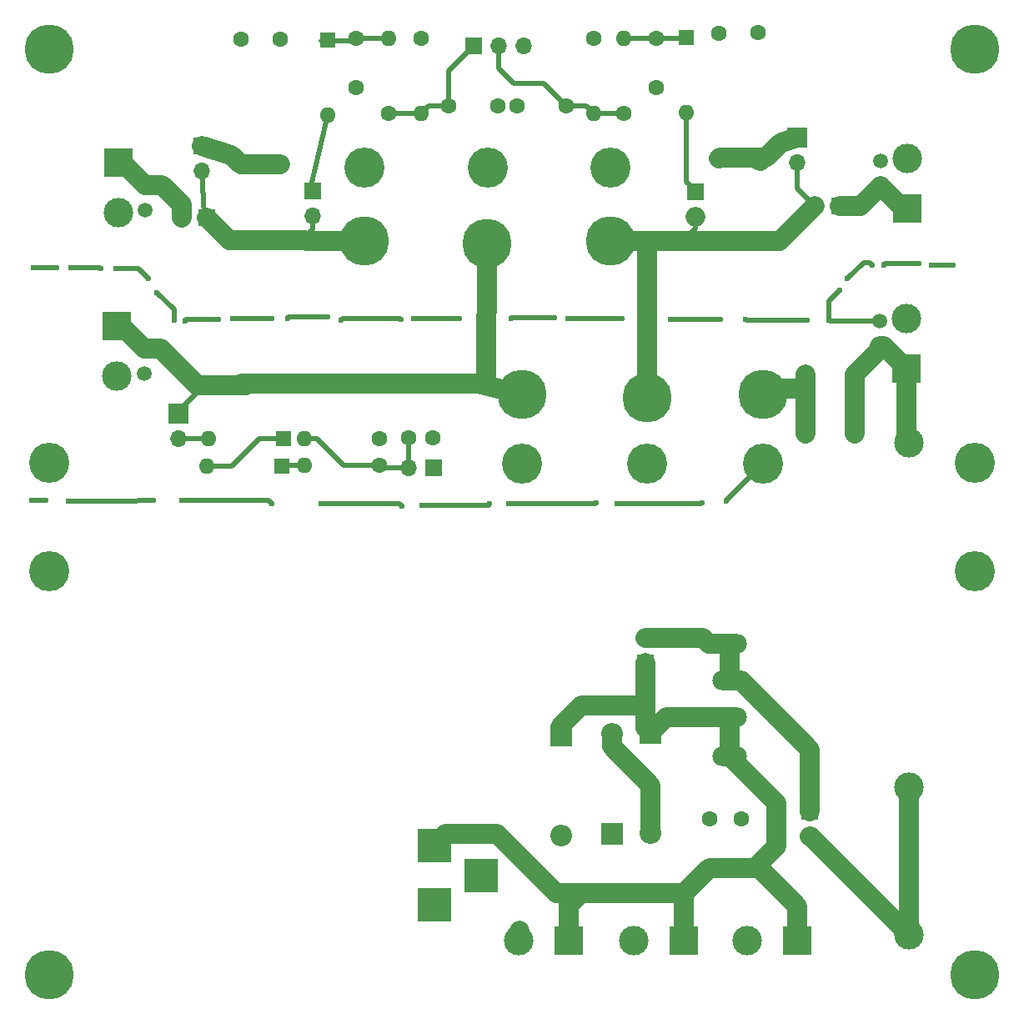
<source format=gbr>
G04 #@! TF.FileFunction,Copper,L2,Bot,Signal*
%FSLAX46Y46*%
G04 Gerber Fmt 4.6, Leading zero omitted, Abs format (unit mm)*
G04 Created by KiCad (PCBNEW 4.0.7) date 04/12/19 10:09:23*
%MOMM*%
%LPD*%
G01*
G04 APERTURE LIST*
%ADD10C,0.100000*%
%ADD11C,1.500000*%
%ADD12R,3.000000X3.000000*%
%ADD13C,3.000000*%
%ADD14C,1.600000*%
%ADD15O,1.600000X1.600000*%
%ADD16C,4.064000*%
%ADD17C,5.000000*%
%ADD18R,1.700000X1.700000*%
%ADD19O,1.700000X1.700000*%
%ADD20R,1.600000X1.600000*%
%ADD21R,2.000000X2.000000*%
%ADD22O,2.000000X2.000000*%
%ADD23R,2.200000X2.200000*%
%ADD24O,2.200000X2.200000*%
%ADD25O,3.500000X2.000000*%
%ADD26R,3.500000X3.500000*%
%ADD27C,0.600000*%
%ADD28C,0.500000*%
%ADD29C,2.000000*%
G04 APERTURE END LIST*
D10*
D11*
X52766000Y-56769000D03*
X52766000Y-59309000D03*
D12*
X50038000Y-54483000D03*
D13*
X50038000Y-59563000D03*
D12*
X95758000Y-133477000D03*
D13*
X90678000Y-133477000D03*
D14*
X111023400Y-41414700D03*
D15*
X111023400Y-54114700D03*
D16*
X100000000Y-55000000D03*
D17*
X75000000Y-62500000D03*
X91008000Y-78064000D03*
X100000000Y-62500000D03*
X115508000Y-78064000D03*
D16*
X75000000Y-55000000D03*
X91008000Y-85064000D03*
D17*
X43000000Y-43000000D03*
X137000000Y-43000000D03*
X43000000Y-137000000D03*
X137000000Y-137000000D03*
D16*
X115508000Y-85064000D03*
X87515700Y-55029100D03*
D17*
X87477600Y-62687200D03*
X103733600Y-78384400D03*
D16*
X103759000Y-85090000D03*
D14*
X74168000Y-41910000D03*
X74168000Y-46910000D03*
X83566000Y-48768000D03*
X88566000Y-48768000D03*
X104648000Y-41910000D03*
X104648000Y-46910000D03*
X95504000Y-48768000D03*
X90504000Y-48768000D03*
D18*
X86106000Y-42672000D03*
D19*
X88646000Y-42672000D03*
X91186000Y-42672000D03*
D14*
X77470000Y-49530000D03*
D15*
X77470000Y-41910000D03*
D14*
X80772000Y-41910000D03*
D15*
X80772000Y-49530000D03*
D14*
X101346000Y-49530000D03*
D15*
X101346000Y-41910000D03*
D14*
X98298000Y-41910000D03*
D15*
X98298000Y-49530000D03*
D20*
X71323200Y-42062400D03*
D15*
X71323200Y-49682400D03*
D20*
X107746800Y-41833800D03*
D15*
X107746800Y-49453800D03*
D18*
X58547000Y-52832000D03*
D19*
X58547000Y-55372000D03*
D21*
X118935500Y-51943000D03*
D19*
X118935500Y-54483000D03*
D21*
X56134000Y-80010000D03*
D19*
X56134000Y-82550000D03*
D18*
X82042000Y-85471000D03*
D19*
X79502000Y-85471000D03*
D14*
X76581000Y-85217000D03*
D15*
X68961000Y-85217000D03*
D20*
X66802000Y-82550000D03*
D15*
X59182000Y-82550000D03*
D20*
X66675000Y-85344000D03*
D15*
X59055000Y-85344000D03*
D14*
X79502000Y-82423000D03*
X82002000Y-82423000D03*
X76581000Y-82550000D03*
D15*
X68961000Y-82550000D03*
D18*
X69735700Y-57416700D03*
D19*
X69735700Y-59956700D03*
D18*
X108597700Y-57467500D03*
D22*
X108597700Y-60007500D03*
D14*
X114947700Y-41338500D03*
D15*
X114947700Y-54038500D03*
D14*
X66446400Y-42024300D03*
D15*
X66446400Y-54724300D03*
D14*
X62484000Y-41986200D03*
D15*
X62484000Y-54686200D03*
D12*
X118999000Y-133477000D03*
D13*
X113919000Y-133477000D03*
D14*
X119773700Y-76060300D03*
X124773700Y-76060300D03*
X119773700Y-78955900D03*
X124773700Y-78955900D03*
X110045500Y-126111000D03*
X110045500Y-121111000D03*
X113284000Y-126174500D03*
X113284000Y-121174500D03*
D12*
X107442000Y-133477000D03*
D13*
X102362000Y-133477000D03*
D18*
X103568500Y-105346500D03*
D19*
X103568500Y-102806500D03*
D23*
X104076500Y-112458500D03*
D24*
X104076500Y-122618500D03*
D23*
X94996000Y-112649000D03*
D24*
X94996000Y-122809000D03*
D23*
X100139500Y-122682000D03*
D24*
X100139500Y-112522000D03*
D25*
X112077500Y-110843000D03*
X112077500Y-114793000D03*
X112077500Y-107093000D03*
X112077500Y-103393000D03*
D26*
X82169000Y-123888500D03*
X82169000Y-129888500D03*
X86869000Y-126888500D03*
D18*
X120269000Y-120396000D03*
D19*
X120269000Y-122936000D03*
D13*
X130302000Y-117950000D03*
X130302000Y-132950000D03*
X130302000Y-82950000D03*
D11*
X52639000Y-73406000D03*
X52639000Y-75946000D03*
D12*
X49911000Y-71120000D03*
D13*
X49911000Y-76200000D03*
D11*
X127447000Y-56896000D03*
X127447000Y-54356000D03*
D12*
X130175000Y-59182000D03*
D13*
X130175000Y-54102000D03*
D11*
X127320000Y-73152000D03*
X127320000Y-70612000D03*
D12*
X130048000Y-75438000D03*
D13*
X130048000Y-70358000D03*
D16*
X137000000Y-85000000D03*
X43000000Y-85000000D03*
X43053000Y-96012000D03*
X137000000Y-96000000D03*
D18*
X58991500Y-60071000D03*
D19*
X56451500Y-60071000D03*
D18*
X123317000Y-58928000D03*
D19*
X120777000Y-58928000D03*
D14*
X119824500Y-82003900D03*
X124824500Y-82003900D03*
D27*
X55702200Y-70523100D03*
X56807100Y-70561200D03*
X60236100Y-70446900D03*
X61645800Y-70370700D03*
X65646300Y-70332600D03*
X67208400Y-70332600D03*
X71285100Y-70218300D03*
X72694800Y-70485000D03*
X78734920Y-70408800D03*
X80020160Y-70352920D03*
X84658200Y-70352920D03*
X89910920Y-70352920D03*
X94325440Y-70297040D03*
X95666560Y-70352920D03*
X101198680Y-70352920D03*
X106116120Y-70408800D03*
X111213900Y-70408800D03*
X113703100Y-70408800D03*
X120015000Y-70497700D03*
X122148600Y-70497700D03*
X41402000Y-65151000D03*
X43815000Y-65151000D03*
X45212000Y-65151000D03*
X48260000Y-65278000D03*
X49784000Y-65278000D03*
X53086000Y-66294000D03*
X53975000Y-67691000D03*
X134810500Y-64897000D03*
X132588000Y-64897000D03*
X131318000Y-64770000D03*
X127762000Y-64897000D03*
X126619000Y-64897000D03*
X124079000Y-66294000D03*
X123317000Y-67437000D03*
X41275000Y-88773000D03*
X42672000Y-88773000D03*
X44958000Y-88900000D03*
X53594000Y-88773000D03*
X56515000Y-88773000D03*
X65659000Y-89154000D03*
X70612000Y-89154000D03*
X78867000Y-89408000D03*
X80899000Y-89281000D03*
X87757000Y-89154000D03*
X89662000Y-89154000D03*
X98552000Y-89027000D03*
X100711000Y-89154000D03*
X109347000Y-89027000D03*
X111760000Y-88900000D03*
D28*
X111760000Y-88900000D02*
X111760000Y-88812000D01*
X111760000Y-88812000D02*
X115508000Y-85064000D01*
X55702200Y-70523100D02*
X55702200Y-69418200D01*
X56807100Y-70561200D02*
X56921400Y-70446900D01*
X56921400Y-70446900D02*
X60236100Y-70446900D01*
X61645800Y-70370700D02*
X61683900Y-70332600D01*
X61683900Y-70332600D02*
X65646300Y-70332600D01*
X67208400Y-70332600D02*
X67322700Y-70218300D01*
X67322700Y-70218300D02*
X71285100Y-70218300D01*
X72694800Y-70485000D02*
X72809100Y-70370700D01*
X72809100Y-70370700D02*
X78696820Y-70370700D01*
X78696820Y-70370700D02*
X78734920Y-70408800D01*
X80020160Y-70352920D02*
X84658200Y-70352920D01*
X89910920Y-70352920D02*
X89966800Y-70297040D01*
X89966800Y-70297040D02*
X94325440Y-70297040D01*
X95666560Y-70352920D02*
X101198680Y-70352920D01*
X106116120Y-70408800D02*
X111213900Y-70408800D01*
X113703100Y-70408800D02*
X113792000Y-70497700D01*
X113792000Y-70497700D02*
X120015000Y-70497700D01*
X43815000Y-65151000D02*
X41402000Y-65151000D01*
X48133000Y-65151000D02*
X45212000Y-65151000D01*
X48260000Y-65278000D02*
X48133000Y-65151000D01*
X52070000Y-65278000D02*
X49784000Y-65278000D01*
X53086000Y-66294000D02*
X52070000Y-65278000D01*
X55702200Y-69418200D02*
X53975000Y-67691000D01*
X122148600Y-70497700D02*
X122148600Y-68605400D01*
X132588000Y-64897000D02*
X134810500Y-64897000D01*
X127889000Y-64770000D02*
X131318000Y-64770000D01*
X127762000Y-64897000D02*
X127889000Y-64770000D01*
X126365000Y-64643000D02*
X126619000Y-64897000D01*
X125730000Y-64643000D02*
X126365000Y-64643000D01*
X124079000Y-66294000D02*
X125730000Y-64643000D01*
X122148600Y-68605400D02*
X123317000Y-67437000D01*
X42672000Y-88773000D02*
X41275000Y-88773000D01*
X50419000Y-88900000D02*
X44958000Y-88900000D01*
X53594000Y-88773000D02*
X50419000Y-88900000D01*
X65278000Y-88773000D02*
X56515000Y-88773000D01*
X65659000Y-89154000D02*
X65278000Y-88773000D01*
X78613000Y-89154000D02*
X70612000Y-89154000D01*
X78867000Y-89408000D02*
X78613000Y-89154000D01*
X87630000Y-89281000D02*
X80899000Y-89281000D01*
X87757000Y-89154000D02*
X87630000Y-89281000D01*
X98425000Y-89154000D02*
X89662000Y-89154000D01*
X98552000Y-89027000D02*
X98425000Y-89154000D01*
X109220000Y-89154000D02*
X100711000Y-89154000D01*
X109347000Y-89027000D02*
X109220000Y-89154000D01*
X122262900Y-70612000D02*
X127320000Y-70612000D01*
X122148600Y-70497700D02*
X122262900Y-70612000D01*
D29*
X90741500Y-133540500D02*
X90741500Y-132461000D01*
D28*
X108597700Y-60007500D02*
X108597700Y-61226700D01*
X108597700Y-61226700D02*
X107324400Y-62500000D01*
X118935500Y-54483000D02*
X118999000Y-57150000D01*
X118999000Y-57150000D02*
X120777000Y-58928000D01*
D29*
X110426500Y-62500000D02*
X117205000Y-62500000D01*
X117205000Y-62500000D02*
X120777000Y-58928000D01*
X103733600Y-62500000D02*
X103733600Y-78384400D01*
X103479600Y-78130400D02*
X103733600Y-78384400D01*
X103733600Y-62500000D02*
X100000000Y-62500000D01*
X110426500Y-62500000D02*
X107324400Y-62500000D01*
X107324400Y-62500000D02*
X103733600Y-62500000D01*
D28*
X77470000Y-41910000D02*
X74168000Y-41910000D01*
X70612000Y-42164000D02*
X73914000Y-42164000D01*
X73914000Y-42164000D02*
X74168000Y-41910000D01*
X83566000Y-48768000D02*
X83566000Y-45212000D01*
X83566000Y-45212000D02*
X86106000Y-42672000D01*
X83566000Y-48768000D02*
X81534000Y-48768000D01*
X81534000Y-48768000D02*
X80772000Y-49530000D01*
X80772000Y-49530000D02*
X77470000Y-49530000D01*
X107442000Y-41910000D02*
X104648000Y-41910000D01*
X104648000Y-41910000D02*
X101346000Y-41910000D01*
X88646000Y-42672000D02*
X88646000Y-44958000D01*
X93218000Y-46482000D02*
X95504000Y-48768000D01*
X90170000Y-46482000D02*
X93218000Y-46482000D01*
X88646000Y-44958000D02*
X90170000Y-46482000D01*
X95504000Y-48768000D02*
X97536000Y-48768000D01*
X97536000Y-48768000D02*
X98298000Y-49530000D01*
X101346000Y-49530000D02*
X98298000Y-49530000D01*
X71323200Y-49682400D02*
X69542660Y-57223660D01*
X69542660Y-57223660D02*
X69735700Y-57416700D01*
X107746800Y-49453800D02*
X107746800Y-56426100D01*
X107746800Y-56426100D02*
X108485940Y-57165240D01*
X108485940Y-57165240D02*
X108597700Y-57467500D01*
X107960160Y-49667160D02*
X107746800Y-49453800D01*
D29*
X119773700Y-78955900D02*
X119773700Y-81953100D01*
X119773700Y-81953100D02*
X119824500Y-82003900D01*
X119773700Y-77482700D02*
X116089300Y-77482700D01*
X116089300Y-77482700D02*
X115508000Y-78064000D01*
X119773700Y-76060300D02*
X119773700Y-77482700D01*
X119773700Y-77482700D02*
X119773700Y-78955900D01*
X94996000Y-112649000D02*
X94996000Y-111633000D01*
X94996000Y-111633000D02*
X97028000Y-109601000D01*
X97028000Y-109601000D02*
X103568500Y-109601000D01*
X95758000Y-133477000D02*
X95758000Y-129921000D01*
X95758000Y-129921000D02*
X96964500Y-128714500D01*
X82169000Y-123888500D02*
X82169000Y-123761500D01*
X82169000Y-123761500D02*
X83248500Y-122682000D01*
X83248500Y-122682000D02*
X88455500Y-122682000D01*
X88455500Y-122682000D02*
X94488000Y-128714500D01*
X94488000Y-128714500D02*
X96964500Y-128714500D01*
X96964500Y-128714500D02*
X107442000Y-128714500D01*
X82169000Y-123888500D02*
X82550000Y-123888500D01*
X113284000Y-126174500D02*
X115174500Y-126174500D01*
X118999000Y-129999000D02*
X118999000Y-133477000D01*
X115174500Y-126174500D02*
X118999000Y-129999000D01*
X113284000Y-126174500D02*
X114617500Y-126174500D01*
X114617500Y-126174500D02*
X116840000Y-123952000D01*
X116840000Y-123952000D02*
X116840000Y-119555500D01*
X105692000Y-110843000D02*
X104076500Y-112458500D01*
X103568500Y-105346500D02*
X103568500Y-109601000D01*
X103568500Y-109601000D02*
X103568500Y-111950500D01*
X103568500Y-111950500D02*
X104076500Y-112458500D01*
X110045500Y-126111000D02*
X113220500Y-126111000D01*
X113220500Y-126111000D02*
X113284000Y-126174500D01*
X107442000Y-133477000D02*
X107442000Y-128714500D01*
X107442000Y-128714500D02*
X110045500Y-126111000D01*
X112077500Y-110843000D02*
X112077500Y-114793000D01*
X116840000Y-119555500D02*
X112077500Y-114793000D01*
X112077500Y-110843000D02*
X105692000Y-110843000D01*
X100139500Y-112522000D02*
X100139500Y-113792000D01*
X104076500Y-117729000D02*
X104076500Y-122618500D01*
X100139500Y-113792000D02*
X104076500Y-117729000D01*
D28*
X79502000Y-85471000D02*
X76835000Y-85471000D01*
X76835000Y-85471000D02*
X76581000Y-85217000D01*
X79502000Y-82423000D02*
X79502000Y-85471000D01*
X68961000Y-82550000D02*
X70231000Y-82550000D01*
X70231000Y-82550000D02*
X72898000Y-85217000D01*
X72898000Y-85217000D02*
X76581000Y-85217000D01*
X59182000Y-82550000D02*
X56134000Y-82550000D01*
X68961000Y-85217000D02*
X66802000Y-85217000D01*
X66802000Y-85217000D02*
X66675000Y-85344000D01*
X66802000Y-82550000D02*
X64389000Y-82550000D01*
X64389000Y-82550000D02*
X61595000Y-85344000D01*
X61595000Y-85344000D02*
X59055000Y-85344000D01*
D29*
X58547000Y-52832000D02*
X61518800Y-53721000D01*
X61518800Y-53721000D02*
X62484000Y-54686200D01*
X62153800Y-54356000D02*
X62522100Y-54724300D01*
X62522100Y-54724300D02*
X62484000Y-54686200D01*
X66446400Y-54724300D02*
X62522100Y-54724300D01*
X62522100Y-54724300D02*
X62484000Y-54686200D01*
X114947700Y-54038500D02*
X115760500Y-54038500D01*
X117348000Y-52451000D02*
X118935500Y-51943000D01*
X115760500Y-54038500D02*
X117348000Y-52451000D01*
X115265200Y-54356000D02*
X114947700Y-54038500D01*
X114947700Y-54038500D02*
X114947700Y-54241700D01*
X114947700Y-54038500D02*
X111099600Y-54038500D01*
X111099600Y-54038500D02*
X111023400Y-54114700D01*
X52766000Y-56769000D02*
X54483000Y-56769000D01*
X56451500Y-58737500D02*
X56451500Y-60071000D01*
X54483000Y-56769000D02*
X56451500Y-58737500D01*
X50038000Y-54483000D02*
X50480000Y-54483000D01*
X50480000Y-54483000D02*
X52766000Y-56769000D01*
X49911000Y-71120000D02*
X50353000Y-71120000D01*
X50353000Y-71120000D02*
X52639000Y-73406000D01*
D28*
X56134000Y-80010000D02*
X56134000Y-79756000D01*
X56134000Y-79756000D02*
X58801000Y-77089000D01*
X62357000Y-77089000D02*
X62915800Y-77089000D01*
X62915800Y-77089000D02*
X63017400Y-77190600D01*
X63017400Y-77190600D02*
X63017400Y-77089000D01*
D29*
X62357000Y-77089000D02*
X63017400Y-77089000D01*
X63017400Y-77089000D02*
X58801000Y-77089000D01*
X58801000Y-77089000D02*
X58039000Y-77089000D01*
X58039000Y-77089000D02*
X54356000Y-73406000D01*
X52639000Y-73406000D02*
X54356000Y-73406000D01*
X62357000Y-77089000D02*
X62391598Y-77123598D01*
X87477600Y-62687200D02*
X87426800Y-77012800D01*
X87426800Y-77012800D02*
X86502600Y-76962000D01*
X62391598Y-77123598D02*
X62525000Y-76962000D01*
X86502600Y-76962000D02*
X62525000Y-76962000D01*
X91008000Y-78064000D02*
X86502600Y-76962000D01*
X124773700Y-78955900D02*
X124773700Y-81953100D01*
X124773700Y-81953100D02*
X124824500Y-82003900D01*
X124773700Y-76060300D02*
X124773700Y-78955900D01*
X127320000Y-73152000D02*
X127320000Y-73514000D01*
X127320000Y-73514000D02*
X124773700Y-76060300D01*
X127320000Y-73152000D02*
X127762000Y-73152000D01*
X127762000Y-73152000D02*
X130048000Y-75438000D01*
X130048000Y-75438000D02*
X130048000Y-82696000D01*
X130048000Y-82696000D02*
X130302000Y-82950000D01*
X130302000Y-82950000D02*
X130302000Y-82296000D01*
X112077500Y-107093000D02*
X113252500Y-107093000D01*
X113252500Y-107093000D02*
X120269000Y-114109500D01*
X120269000Y-114109500D02*
X120269000Y-120396000D01*
X112077500Y-103393000D02*
X109997000Y-103393000D01*
X109997000Y-103393000D02*
X109410500Y-102806500D01*
X112077500Y-107093000D02*
X112077500Y-103393000D01*
X109410500Y-102806500D02*
X103568500Y-102806500D01*
X130302000Y-117950000D02*
X130302000Y-132950000D01*
X120269000Y-122936000D02*
X120288000Y-122936000D01*
X120288000Y-122936000D02*
X130302000Y-132950000D01*
D28*
X69735700Y-59956700D02*
X69735700Y-61328300D01*
X69735700Y-61328300D02*
X68708270Y-62355730D01*
X58547000Y-55372000D02*
X58801000Y-59880500D01*
X58801000Y-59880500D02*
X58991500Y-60071000D01*
D29*
X69025770Y-62355730D02*
X68708270Y-62355730D01*
X68708270Y-62355730D02*
X61276230Y-62355730D01*
X61276230Y-62355730D02*
X58991500Y-60071000D01*
D28*
X69025770Y-62355730D02*
X69170040Y-62500000D01*
D29*
X75000000Y-62500000D02*
X69170040Y-62500000D01*
X123317000Y-58928000D02*
X125415000Y-58928000D01*
X125415000Y-58928000D02*
X127447000Y-56896000D01*
X130175000Y-59182000D02*
X129733000Y-59182000D01*
X129733000Y-59182000D02*
X127447000Y-56896000D01*
X127447000Y-56896000D02*
X127447000Y-56957000D01*
M02*

</source>
